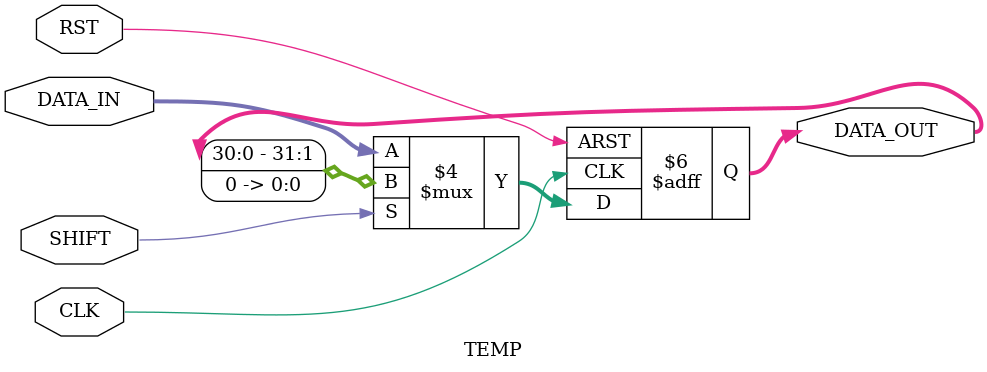
<source format=v>
`timescale 1ns / 1ns

`define BLOCKING

module TEMP(input wire CLK,
            input wire RST,
            input wire SHIFT,
            input wire [31:0] DATA_IN,
            output reg [31:0] DATA_OUT
           );
    
    always @(posedge CLK, posedge RST) begin
        if (RST) begin
            DATA_OUT <= 0;
        end
        else if (SHIFT) begin
            `ifdef BLOCKING
                DATA_OUT = DATA_OUT << 1;
            `else
                DATA_OUT <= DATA_OUT << 1;
            `endif
        end
        else begin 
            DATA_OUT <= DATA_IN;
        end
    end
    
endmodule

</source>
